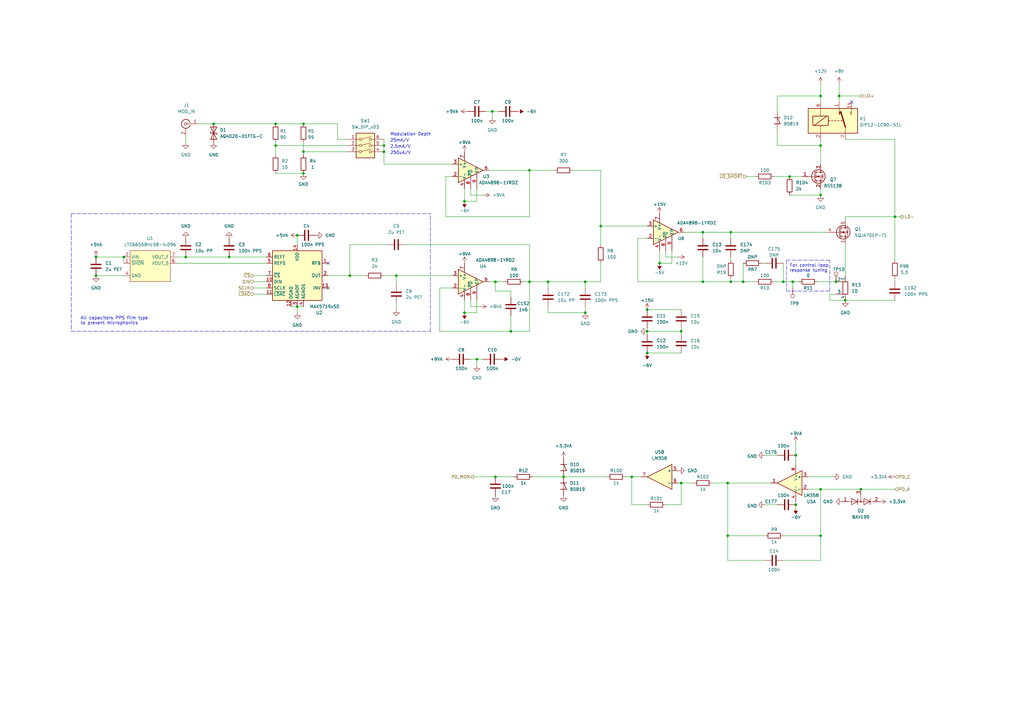
<source format=kicad_sch>
(kicad_sch (version 20211123) (generator eeschema)
  (paper "A3")
  (title_block (title "Kirdy") (date "2022-07-03") (rev "r0.1") (company "M-Labs") (comment 1 "Alex Wong Tat Hang"))
  (lib_symbols
    (symbol "Amplifier_Operational:ADA4898-1YRDZ" (pin_names (offset 0.127))
      (property "Reference" "U" (at 3.81 3.81 0))
      (property "Value" "ADA4898-1YRDZ" (at 11.43 -2.54 0))
      (symbol "ADA4898-1YRDZ_1_1"
        (pin input line (at -7.62 -2.54 0) (length 2.54) (name "-") (number "2"))
        (pin input line (at -7.62 2.54 0) (length 2.54) (name "+") (number "3"))
        (pin power_in line (at -2.54 -7.62 90) (length 3.81) (name "V-") (number "4"))
        (pin output line (at 7.62 0 180) (length 2.54) (name "~") (number "6"))
        (pin power_in line (at -2.54 7.62 270) (length 3.81) (name "V+") (number "7"))
        (pin input line (at 0 -7.62 90) (length 5.08) (name "~{PD}") (number "8"))
        (pin passive line (at 2.54 -7.62 90) (length 6.35) (name "EP") (number "9"))
      )
    )
    (symbol "Amplifier_Operational:LM358" (pin_names (offset 0.127))
      (property "Reference" "U" (at 0 5.08 0))
      (property "Value" "LM358" (at 0 -5.08 0))
      (symbol "LM358_1_1"
        (pin output line (at 7.62 0 180) (length 2.54) (name "~") (number "1"))
        (pin input line (at -7.62 -2.54 0) (length 2.54) (name "-") (number "2"))
        (pin input line (at -7.62 2.54 0) (length 2.54) (name "+") (number "3"))
      )
      (symbol "LM358_2_1"
        (pin input line (at -7.62 2.54 0) (length 2.54) (name "+") (number "5"))
        (pin input line (at -7.62 -2.54 0) (length 2.54) (name "-") (number "6"))
        (pin output line (at 7.62 0 180) (length 2.54) (name "~") (number "7"))
      )
      (symbol "LM358_3_1"
        (pin power_in line (at -2.54 -7.62 90) (length 3.81) (name "V-") (number "4"))
        (pin power_in line (at -2.54 7.62 270) (length 3.81) (name "V+") (number "8"))
      )
    )
    (symbol "Analog_DAC:MAX5719xSD"
      (property "Reference" "U" (at -10.16 11.43 0))
      (property "Value" "MAX5719xSD" (at 1.27 11.43 0))
      (symbol "MAX5719xSD_1_1"
        (pin passive line (at 12.7 5.08 180) (length 2.54) (name "RFB") (number "1"))
        (pin input line (at -12.7 -2.54 0) (length 2.54) (name "DIN") (number "10"))
        (pin input line (at -12.7 -7.62 0) (length 2.54) (name "~{LDAC}") (number "11"))
        (pin power_in line (at -2.54 -12.7 90) (length 2.54) (name "DGND") (number "12"))
        (pin passive line (at 12.7 -5.08 180) (length 2.54) (name "INV") (number "13"))
        (pin power_in line (at 0 12.7 270) (length 2.54) (name "VDD") (number "14"))
        (pin output line (at 12.7 0 180) (length 2.54) (name "OUT") (number "2"))
        (pin power_in line (at 0 -12.7 90) (length 2.54) (name "AGNDF") (number "3"))
        (pin power_in line (at 2.54 -12.7 90) (length 2.54) (name "AGNDS") (number "4"))
        (pin input line (at -12.7 5.08 0) (length 2.54) (name "REFS") (number "5"))
        (pin input line (at -12.7 7.62 0) (length 2.54) (name "REFF") (number "6"))
        (pin input line (at -12.7 0 0) (length 2.54) (name "~{CS}") (number "7"))
        (pin input line (at -12.7 -5.08 0) (length 2.54) (name "SCLK") (number "8"))
        (pin no_connect line (at 10.16 -7.62 180) (length 2.54) hide (name "NC") (number "9"))
      )
    )
    (symbol "Connector:Conn_Coaxial" (pin_names (offset 1.016) hide)
      (property "Reference" "J" (at 0.254 3.048 0))
      (property "Value" "Conn_Coaxial" (at 2.921 0 90))
      (symbol "Conn_Coaxial_1_1"
        (pin passive line (at -5.08 0 0) (length 2.54) (name "In") (number "1"))
        (pin passive line (at 0 -5.08 90) (length 2.54) (name "Ext") (number "2"))
      )
    )
    (symbol "Connector:TestPoint" (pin_numbers hide) (pin_names (offset 0.762) hide)
      (property "Reference" "TP" (at 0 6.858 0))
      (property "Value" "TestPoint" (at 0 5.08 0))
      (symbol "TestPoint_1_1"
        (pin passive line (at 0 0 90) (length 2.54) (name "1") (number "1"))
      )
    )
    (symbol "Device:C" (pin_numbers hide) (pin_names (offset 0.254))
      (property "Reference" "C" (at 0.635 2.54 0))
      (property "Value" "C" (at 0.635 -2.54 0))
      (symbol "C_1_1"
        (pin passive line (at 0 3.81 270) (length 2.794) (name "~") (number "1"))
        (pin passive line (at 0 -3.81 90) (length 2.794) (name "~") (number "2"))
      )
    )
    (symbol "Device:D_Shockley" (pin_numbers hide) (pin_names (offset 1.016) hide)
      (property "Reference" "D" (at 0 2.54 0))
      (property "Value" "D_Shockley" (at 0 -2.54 0))
      (symbol "D_Shockley_1_1"
        (pin passive line (at -3.81 0 0) (length 2.54) (name "K") (number "1"))
        (pin passive line (at 3.81 0 180) (length 2.54) (name "A") (number "2"))
      )
    )
    (symbol "Device:D_TVS" (pin_numbers hide) (pin_names (offset 1.016) hide)
      (property "Reference" "D" (at 0 2.54 0))
      (property "Value" "D_TVS" (at 0 -2.54 0))
      (symbol "D_TVS_1_1"
        (pin passive line (at -3.81 0 0) (length 2.54) (name "A1") (number "1"))
        (pin passive line (at 3.81 0 180) (length 2.54) (name "A2") (number "2"))
      )
    )
    (symbol "Device:R" (pin_numbers hide) (pin_names (offset 0))
      (property "Reference" "R" (at 2.032 0 90))
      (property "Value" "R" (at 0 0 90))
      (symbol "R_1_1"
        (pin passive line (at 0 3.81 270) (length 1.27) (name "~") (number "1"))
        (pin passive line (at 0 -3.81 90) (length 1.27) (name "~") (number "2"))
      )
    )
    (symbol "Device:R_Shunt" (pin_numbers hide) (pin_names (offset 0))
      (property "Reference" "R" (at -4.445 0 90))
      (property "Value" "R_Shunt" (at -2.54 0 90))
      (symbol "R_Shunt_1_1"
        (pin passive line (at 0 5.08 270) (length 2.54) (name "1") (number "1"))
        (pin passive line (at 3.81 2.54 180) (length 2.54) (name "2") (number "2"))
        (pin passive line (at 3.81 -2.54 180) (length 2.54) (name "3") (number "3"))
        (pin passive line (at 0 -5.08 90) (length 2.54) (name "4") (number "4"))
      )
    )
    (symbol "Diode:BAV99" (pin_names hide)
      (property "Reference" "D" (at 0 5.08 0))
      (property "Value" "BAV99" (at 0 2.54 0))
      (symbol "BAV99_1_1"
        (pin passive line (at -7.62 0 0) (length 2.54) (name "K") (number "1"))
        (pin passive line (at 7.62 0 180) (length 2.54) (name "A") (number "2"))
        (pin passive line (at 0 -5.08 90) (length 2.54) (name "K") (number "3"))
      )
    )
    (symbol "Relay:DIPxx-1Cxx-51x"
      (property "Reference" "K" (at 11.43 3.81 0))
      (property "Value" "DIPxx-1Cxx-51x" (at 11.43 1.27 0))
      (symbol "DIPxx-1Cxx-51x_1_1"
        (pin passive line (at 2.54 7.62 270) (length 2.54) (name "~") (number "1"))
        (pin passive line (at 7.62 7.62 270) (length 2.54) (name "~") (number "14"))
        (pin passive line (at -5.08 -7.62 90) (length 2.54) (name "~") (number "2"))
        (pin passive line (at -5.08 7.62 270) (length 2.54) (name "~") (number "6"))
        (pin passive line (at 5.08 -7.62 90) (length 2.54) (name "~") (number "7"))
        (pin passive line (at 5.08 -7.62 90) (length 2.54) hide (name "~") (number "8"))
      )
    )
    (symbol "Switch:SW_DIP_x03" (pin_names (offset 0) hide)
      (property "Reference" "SW" (at 0 8.89 0))
      (property "Value" "SW_DIP_x03" (at 0 -3.81 0))
      (symbol "SW_DIP_x03_1_1"
        (pin passive line (at -7.62 5.08 0) (length 5.08) (name "~") (number "1"))
        (pin passive line (at -7.62 2.54 0) (length 5.08) (name "~") (number "2"))
        (pin passive line (at -7.62 0 0) (length 5.08) (name "~") (number "3"))
        (pin passive line (at 7.62 0 180) (length 5.08) (name "~") (number "4"))
        (pin passive line (at 7.62 2.54 180) (length 5.08) (name "~") (number "5"))
        (pin passive line (at 7.62 5.08 180) (length 5.08) (name "~") (number "6"))
      )
    )
    (symbol "Transistor_FET:BSS138" (pin_names hide)
      (property "Reference" "Q" (at 5.08 1.905 0))
      (property "Value" "BSS138" (at 5.08 0 0))
      (symbol "BSS138_1_1"
        (pin input line (at -5.08 0 0) (length 2.54) (name "G") (number "1"))
        (pin passive line (at 2.54 -5.08 90) (length 2.54) (name "S") (number "2"))
        (pin passive line (at 2.54 5.08 270) (length 2.54) (name "D") (number "3"))
      )
    )
    (symbol "Transistor_FET:CSD17507Q5A" (pin_names hide)
      (property "Reference" "Q" (at 5.08 1.905 0))
      (property "Value" "CSD17507Q5A" (at 5.08 0 0))
      (symbol "CSD17507Q5A_1_1"
        (pin passive line (at 2.54 -5.08 90) (length 2.54) (name "S") (number "1"))
        (pin passive line (at 2.54 -5.08 90) (length 2.54) hide (name "S") (number "2"))
        (pin passive line (at 2.54 -5.08 90) (length 2.54) hide (name "S") (number "3"))
        (pin passive line (at -5.08 0 0) (length 2.54) (name "G") (number "4"))
        (pin passive line (at 2.54 5.08 270) (length 2.54) (name "D") (number "5"))
      )
    )
    (symbol "kirdy:LTC6655"
      (property "Reference" "U" (at 0 -10.16 0))
      (property "Value" "LTC6655" (at 0 -7.62 0))
      (symbol "LTC6655_0_0"
        (pin input line (at -10.16 2.54 0) (length 2.54) (name "~{SHDN}") (number "1"))
        (pin power_in line (at -10.16 5.08 0) (length 2.54) (name "VIN") (number "2"))
        (pin power_in line (at -10.16 -2.54 0) (length 2.54) hide (name "GND") (number "3"))
        (pin power_in line (at -10.16 -2.54 0) (length 2.54) (name "GND") (number "4"))
        (pin power_in line (at -10.16 -2.54 0) (length 2.54) hide (name "GND") (number "5"))
        (pin passive line (at 11.43 2.54 180) (length 2.54) (name "VOUT_S") (number "6"))
        (pin output line (at 11.43 5.08 180) (length 2.54) (name "VOUT_F") (number "7"))
        (pin power_in line (at -10.16 -2.54 0) (length 2.54) hide (name "GND") (number "8"))
      )
    )
    (symbol "power:+12V" (power) (pin_names (offset 0))
      (property "Value" "+12V" (at 0 3.556 0))
      (symbol "+12V_1_1"
        (pin power_in line (at 0 0 90) (length 0) hide (name "+12V") (number "1"))
      )
    )
    (symbol "power:+15V" (power) (pin_names (offset 0))
      (property "Value" "+15V" (at 0 3.556 0))
      (symbol "+15V_1_1"
        (pin power_in line (at 0 0 90) (length 0) hide (name "+15V") (number "1"))
      )
    )
    (symbol "power:+3.3VA" (power) (pin_names (offset 0))
      (property "Value" "+3.3VA" (at 0 3.556 0))
      (symbol "+3.3VA_1_1"
        (pin power_in line (at 0 0 90) (length 0) hide (name "+3.3VA") (number "1"))
      )
    )
    (symbol "power:+5VA" (power) (pin_names (offset 0))
      (property "Value" "+5VA" (at 0 3.556 0))
      (symbol "+5VA_1_1"
        (pin power_in line (at 0 0 90) (length 0) hide (name "+5VA") (number "1"))
      )
    )
    (symbol "power:+8V" (power) (pin_names (offset 0))
      (property "Value" "+8V" (at 0 3.556 0))
      (symbol "+8V_1_1"
        (pin power_in line (at 0 0 90) (length 0) hide (name "+8V") (number "1"))
      )
    )
    (symbol "power:+9VA" (power) (pin_names (offset 0))
      (property "Value" "+9VA" (at 0 3.81 0))
      (symbol "+9VA_1_1"
        (pin power_in line (at 0 0 90) (length 0) hide (name "+9VA") (number "1"))
      )
    )
    (symbol "power:-6V" (power) (pin_names (offset 0))
      (property "Value" "-6V" (at 0 3.81 0))
      (symbol "-6V_0_0"
        (pin power_in line (at 0 0 90) (length 0) hide (name "-6V") (number "1"))
      )
    )
    (symbol "power:GND" (power) (pin_names (offset 0))
      (property "Value" "GND" (at 0 -3.81 0))
      (symbol "GND_1_1"
        (pin power_in line (at 0 0 270) (length 0) hide (name "GND") (number "1"))
      )
    )
  )
  (junction (at 270.51 107.95))
  (junction (at 124.46 71.12))
  (junction (at 217.17 69.85))
  (junction (at 342.9 115.57))
  (junction (at 265.43 135.89))
  (junction (at 203.2 115.57))
  (junction (at 121.92 96.52))
  (junction (at 288.29 95.25))
  (junction (at 367.03 88.9))
  (junction (at 231.14 195.58))
  (junction (at 87.63 50.8))
  (junction (at 201.93 45.72))
  (junction (at 157.48 62.23))
  (junction (at 240.03 115.57))
  (junction (at 336.55 219.71))
  (junction (at 195.58 147.32))
  (junction (at 299.72 115.57))
  (junction (at 265.43 127))
  (junction (at 190.5 128.27))
  (junction (at 124.46 50.8))
  (junction (at 336.55 39.37))
  (junction (at 298.45 198.12))
  (junction (at 217.17 115.57))
  (junction (at 224.79 115.57))
  (junction (at 190.5 82.55))
  (junction (at 325.12 115.57))
  (junction (at 288.29 115.57))
  (junction (at 143.51 113.03))
  (junction (at 326.39 207.01))
  (junction (at 336.55 80.01))
  (junction (at 299.72 95.25))
  (junction (at 259.08 195.58))
  (junction (at 113.03 50.8))
  (junction (at 336.55 200.66))
  (junction (at 162.56 113.03))
  (junction (at 76.2 105.41))
  (junction (at 279.4 198.12))
  (junction (at 279.4 135.89))
  (junction (at 246.38 92.71))
  (junction (at 50.8 105.41))
  (junction (at 346.71 123.19))
  (junction (at 265.43 144.78))
  (junction (at 93.98 105.41))
  (junction (at 353.06 200.66))
  (junction (at 39.37 113.03))
  (junction (at 240.03 128.27))
  (junction (at 113.03 59.69))
  (junction (at 336.55 59.69))
  (junction (at 344.17 39.37))
  (junction (at 298.45 219.71))
  (junction (at 304.8 115.57))
  (junction (at 326.39 186.69))
  (junction (at 124.46 62.23))
  (junction (at 121.92 125.73))
  (junction (at 209.55 135.89))
  (junction (at 39.37 105.41))
  (junction (at 203.2 195.58))
  (junction (at 157.48 59.69))
  (junction (at 323.85 72.39))
  (junction (at 321.31 115.57))
  (no_connect (at 349.25 41.91))
  (no_connect (at 134.62 118.11))
  (no_connect (at 134.62 107.95))
  (wire (pts (xy 162.56 124.46) (xy 162.56 127)))
  (wire (pts (xy 104.14 113.03) (xy 109.22 113.03)))
  (wire (pts (xy 326.39 207.01) (xy 326.39 205.74)))
  (wire (pts (xy 298.45 219.71) (xy 313.69 219.71)))
  (wire (pts (xy 50.8 105.41) (xy 50.8 107.95)))
  (wire (pts (xy 157.48 59.69) (xy 157.48 62.23)))
  (wire (pts (xy 323.85 72.39) (xy 328.93 72.39)))
  (wire (pts (xy 217.17 115.57) (xy 224.79 115.57)))
  (wire (pts (xy 353.06 200.66) (xy 367.03 200.66)))
  (wire (pts (xy 113.03 71.12) (xy 124.46 71.12)))
  (wire (pts (xy 335.28 115.57) (xy 342.9 115.57)))
  (wire (pts (xy 288.29 95.25) (xy 299.72 95.25)))
  (wire (pts (xy 321.31 219.71) (xy 336.55 219.71)))
  (wire (pts (xy 318.77 59.69) (xy 336.55 59.69)))
  (wire (pts (xy 336.55 219.71) (xy 336.55 200.66)))
  (wire (pts (xy 325.12 118.11) (xy 325.12 115.57)))
  (wire (pts (xy 231.14 195.58) (xy 248.92 195.58)))
  (wire (pts (xy 240.03 115.57) (xy 246.38 115.57)))
  (wire (pts (xy 265.43 135.89) (xy 265.43 137.16)))
  (wire (pts (xy 346.71 90.17) (xy 346.71 88.9)))
  (wire (pts (xy 166.37 100.33) (xy 217.17 100.33)))
  (wire (pts (xy 138.43 57.15) (xy 142.24 57.15)))
  (wire (pts (xy 278.13 198.12) (xy 279.4 198.12)))
  (wire (pts (xy 194.31 195.58) (xy 203.2 195.58)))
  (wire (pts (xy 76.2 58.42) (xy 76.2 55.88)))
  (wire (pts (xy 240.03 118.11) (xy 240.03 115.57)))
  (wire (pts (xy 288.29 95.25) (xy 288.29 97.79)))
  (wire (pts (xy 280.67 95.25) (xy 288.29 95.25)))
  (wire (pts (xy 193.04 125.73) (xy 196.85 125.73)))
  (wire (pts (xy 336.55 34.29) (xy 336.55 39.37)))
  (wire (pts (xy 124.46 58.42) (xy 124.46 62.23)))
  (wire (pts (xy 273.05 207.01) (xy 279.4 207.01)))
  (wire (pts (xy 246.38 107.95) (xy 246.38 115.57)))
  (wire (pts (xy 367.03 114.3) (xy 367.03 115.57)))
  (wire (pts (xy 299.72 95.25) (xy 339.09 95.25)))
  (wire (pts (xy 81.28 50.8) (xy 87.63 50.8)))
  (polyline (pts (xy 322.58 119.38) (xy 340.36 119.38)))
  (wire (pts (xy 104.14 118.11) (xy 109.22 118.11)))
  (wire (pts (xy 273.05 105.41) (xy 278.13 105.41)))
  (polyline (pts (xy 322.58 106.68) (xy 340.36 106.68)))
  (wire (pts (xy 340.36 120.65) (xy 340.36 123.19)))
  (wire (pts (xy 318.77 53.34) (xy 318.77 59.69)))
  (wire (pts (xy 157.48 57.15) (xy 157.48 59.69)))
  (wire (pts (xy 299.72 105.41) (xy 299.72 106.68)))
  (wire (pts (xy 298.45 219.71) (xy 298.45 198.12)))
  (wire (pts (xy 76.2 105.41) (xy 93.98 105.41)))
  (wire (pts (xy 104.14 115.57) (xy 109.22 115.57)))
  (wire (pts (xy 113.03 58.42) (xy 113.03 59.69)))
  (wire (pts (xy 200.66 69.85) (xy 217.17 69.85)))
  (wire (pts (xy 201.93 45.72) (xy 201.93 48.26)))
  (wire (pts (xy 306.07 72.39) (xy 309.88 72.39)))
  (wire (pts (xy 224.79 115.57) (xy 240.03 115.57)))
  (wire (pts (xy 217.17 88.9) (xy 217.17 69.85)))
  (wire (pts (xy 209.55 135.89) (xy 217.17 135.89)))
  (wire (pts (xy 162.56 113.03) (xy 185.42 113.03)))
  (wire (pts (xy 157.48 113.03) (xy 162.56 113.03)))
  (wire (pts (xy 299.72 95.25) (xy 299.72 97.79)))
  (wire (pts (xy 217.17 135.89) (xy 217.17 115.57)))
  (wire (pts (xy 367.03 88.9) (xy 346.71 88.9)))
  (wire (pts (xy 313.69 229.87) (xy 298.45 229.87)))
  (wire (pts (xy 240.03 128.27) (xy 240.03 125.73)))
  (wire (pts (xy 313.69 207.01) (xy 318.77 207.01)))
  (wire (pts (xy 72.39 107.95) (xy 109.22 107.95)))
  (wire (pts (xy 336.55 57.15) (xy 336.55 59.69)))
  (wire (pts (xy 124.46 62.23) (xy 142.24 62.23)))
  (wire (pts (xy 214.63 115.57) (xy 217.17 115.57)))
  (wire (pts (xy 279.4 135.89) (xy 265.43 135.89)))
  (wire (pts (xy 201.93 45.72) (xy 204.47 45.72)))
  (wire (pts (xy 180.34 118.11) (xy 180.34 135.89)))
  (wire (pts (xy 256.54 195.58) (xy 259.08 195.58)))
  (wire (pts (xy 259.08 207.01) (xy 259.08 195.58)))
  (wire (pts (xy 195.58 82.55) (xy 195.58 77.47)))
  (wire (pts (xy 190.5 77.47) (xy 190.5 82.55)))
  (wire (pts (xy 195.58 128.27) (xy 195.58 123.19)))
  (wire (pts (xy 279.4 198.12) (xy 284.48 198.12)))
  (wire (pts (xy 143.51 100.33) (xy 143.51 113.03)))
  (wire (pts (xy 158.75 100.33) (xy 143.51 100.33)))
  (polyline (pts (xy 29.21 87.63) (xy 176.53 87.63)))
  (wire (pts (xy 346.71 123.19) (xy 367.03 123.19)))
  (wire (pts (xy 218.44 195.58) (xy 231.14 195.58)))
  (wire (pts (xy 195.58 147.32) (xy 198.12 147.32)))
  (wire (pts (xy 87.63 50.8) (xy 113.03 50.8)))
  (wire (pts (xy 304.8 107.95) (xy 304.8 115.57)))
  (wire (pts (xy 193.04 77.47) (xy 193.04 80.01)))
  (wire (pts (xy 113.03 50.8) (xy 124.46 50.8)))
  (wire (pts (xy 336.55 39.37) (xy 336.55 41.91)))
  (wire (pts (xy 190.5 82.55) (xy 195.58 82.55)))
  (wire (pts (xy 193.04 147.32) (xy 195.58 147.32)))
  (wire (pts (xy 203.2 195.58) (xy 210.82 195.58)))
  (wire (pts (xy 321.31 115.57) (xy 325.12 115.57)))
  (wire (pts (xy 246.38 69.85) (xy 246.38 92.71)))
  (wire (pts (xy 270.51 107.95) (xy 275.59 107.95)))
  (wire (pts (xy 199.39 45.72) (xy 201.93 45.72)))
  (wire (pts (xy 344.17 39.37) (xy 344.17 41.91)))
  (wire (pts (xy 185.42 72.39) (xy 182.88 72.39)))
  (polyline (pts (xy 340.36 119.38) (xy 340.36 106.68)))
  (wire (pts (xy 340.36 120.65) (xy 342.9 120.65)))
  (wire (pts (xy 292.1 198.12) (xy 298.45 198.12)))
  (wire (pts (xy 72.39 105.41) (xy 76.2 105.41)))
  (wire (pts (xy 259.08 195.58) (xy 262.89 195.58)))
  (wire (pts (xy 180.34 135.89) (xy 209.55 135.89)))
  (wire (pts (xy 298.45 198.12) (xy 316.23 198.12)))
  (wire (pts (xy 193.04 123.19) (xy 193.04 125.73)))
  (wire (pts (xy 134.62 113.03) (xy 143.51 113.03)))
  (wire (pts (xy 209.55 119.38) (xy 203.2 119.38)))
  (wire (pts (xy 93.98 105.41) (xy 109.22 105.41)))
  (wire (pts (xy 317.5 115.57) (xy 321.31 115.57)))
  (wire (pts (xy 367.03 57.15) (xy 346.71 57.15)))
  (wire (pts (xy 234.95 69.85) (xy 246.38 69.85)))
  (wire (pts (xy 39.37 105.41) (xy 50.8 105.41)))
  (wire (pts (xy 326.39 181.61) (xy 326.39 186.69)))
  (wire (pts (xy 39.37 113.03) (xy 50.8 113.03)))
  (wire (pts (xy 369.57 88.9) (xy 367.03 88.9)))
  (wire (pts (xy 318.77 39.37) (xy 336.55 39.37)))
  (wire (pts (xy 190.5 128.27) (xy 195.58 128.27)))
  (wire (pts (xy 124.46 62.23) (xy 124.46 63.5)))
  (wire (pts (xy 270.51 102.87) (xy 270.51 107.95)))
  (polyline (pts (xy 29.21 87.63) (xy 29.21 135.89)))
  (wire (pts (xy 325.12 115.57) (xy 327.66 115.57)))
  (wire (pts (xy 113.03 59.69) (xy 142.24 59.69)))
  (wire (pts (xy 261.62 115.57) (xy 261.62 97.79)))
  (wire (pts (xy 298.45 229.87) (xy 298.45 219.71)))
  (wire (pts (xy 121.92 96.52) (xy 121.92 100.33)))
  (wire (pts (xy 273.05 102.87) (xy 273.05 105.41)))
  (wire (pts (xy 157.48 67.31) (xy 185.42 67.31)))
  (polyline (pts (xy 322.58 106.68) (xy 322.58 119.38)))
  (wire (pts (xy 217.17 69.85) (xy 227.33 69.85)))
  (wire (pts (xy 331.47 195.58) (xy 341.63 195.58)))
  (wire (pts (xy 336.55 59.69) (xy 336.55 67.31)))
  (wire (pts (xy 304.8 115.57) (xy 309.88 115.57)))
  (wire (pts (xy 344.17 39.37) (xy 353.06 39.37)))
  (wire (pts (xy 288.29 115.57) (xy 261.62 115.57)))
  (wire (pts (xy 182.88 88.9) (xy 217.17 88.9)))
  (wire (pts (xy 119.38 125.73) (xy 121.92 125.73)))
  (wire (pts (xy 246.38 92.71) (xy 265.43 92.71)))
  (wire (pts (xy 367.03 88.9) (xy 367.03 106.68)))
  (wire (pts (xy 104.14 120.65) (xy 109.22 120.65)))
  (wire (pts (xy 326.39 208.28) (xy 326.39 207.01)))
  (wire (pts (xy 318.77 45.72) (xy 318.77 39.37)))
  (wire (pts (xy 143.51 113.03) (xy 149.86 113.03)))
  (wire (pts (xy 193.04 80.01) (xy 198.12 80.01)))
  (wire (pts (xy 246.38 92.71) (xy 246.38 100.33)))
  (polyline (pts (xy 29.21 135.89) (xy 176.53 135.89)))
  (wire (pts (xy 224.79 125.73) (xy 224.79 128.27)))
  (wire (pts (xy 299.72 114.3) (xy 299.72 115.57)))
  (wire (pts (xy 367.03 57.15) (xy 367.03 88.9)))
  (wire (pts (xy 313.69 186.69) (xy 318.77 186.69)))
  (wire (pts (xy 321.31 229.87) (xy 336.55 229.87)))
  (wire (pts (xy 190.5 123.19) (xy 190.5 128.27)))
  (wire (pts (xy 326.39 186.69) (xy 326.39 190.5)))
  (wire (pts (xy 224.79 118.11) (xy 224.79 115.57)))
  (wire (pts (xy 331.47 200.66) (xy 336.55 200.66)))
  (wire (pts (xy 203.2 119.38) (xy 203.2 115.57)))
  (wire (pts (xy 321.31 107.95) (xy 321.31 115.57)))
  (wire (pts (xy 336.55 229.87) (xy 336.55 219.71)))
  (wire (pts (xy 209.55 129.54) (xy 209.55 135.89)))
  (wire (pts (xy 279.4 134.62) (xy 279.4 135.89)))
  (wire (pts (xy 344.17 34.29) (xy 344.17 39.37)))
  (wire (pts (xy 312.42 107.95) (xy 313.69 107.95)))
  (wire (pts (xy 323.85 80.01) (xy 336.55 80.01)))
  (wire (pts (xy 113.03 59.69) (xy 113.03 63.5)))
  (wire (pts (xy 121.92 125.73) (xy 121.92 128.27)))
  (wire (pts (xy 217.17 100.33) (xy 217.17 115.57)))
  (wire (pts (xy 279.4 135.89) (xy 279.4 137.16)))
  (wire (pts (xy 162.56 113.03) (xy 162.56 116.84)))
  (wire (pts (xy 279.4 207.01) (xy 279.4 198.12)))
  (wire (pts (xy 157.48 62.23) (xy 157.48 67.31)))
  (wire (pts (xy 124.46 50.8) (xy 138.43 50.8)))
  (wire (pts (xy 203.2 115.57) (xy 207.01 115.57)))
  (wire (pts (xy 336.55 77.47) (xy 336.55 80.01)))
  (wire (pts (xy 317.5 72.39) (xy 323.85 72.39)))
  (wire (pts (xy 340.36 123.19) (xy 346.71 123.19)))
  (wire (pts (xy 185.42 118.11) (xy 180.34 118.11)))
  (wire (pts (xy 265.43 134.62) (xy 265.43 135.89)))
  (wire (pts (xy 224.79 128.27) (xy 240.03 128.27)))
  (wire (pts (xy 265.43 127) (xy 279.4 127)))
  (wire (pts (xy 336.55 200.66) (xy 353.06 200.66)))
  (wire (pts (xy 288.29 115.57) (xy 299.72 115.57)))
  (wire (pts (xy 209.55 121.92) (xy 209.55 119.38)))
  (wire (pts (xy 265.43 144.78) (xy 279.4 144.78)))
  (wire (pts (xy 200.66 115.57) (xy 203.2 115.57)))
  (wire (pts (xy 346.71 100.33) (xy 346.71 113.03)))
  (wire (pts (xy 138.43 50.8) (xy 138.43 57.15)))
  (wire (pts (xy 275.59 107.95) (xy 275.59 102.87)))
  (wire (pts (xy 288.29 105.41) (xy 288.29 115.57)))
  (wire (pts (xy 195.58 147.32) (xy 195.58 149.86)))
  (wire (pts (xy 299.72 115.57) (xy 304.8 115.57)))
  (polyline (pts (xy 176.53 135.89) (xy 176.53 87.63)))
  (wire (pts (xy 265.43 207.01) (xy 259.08 207.01)))
  (wire (pts (xy 121.92 125.73) (xy 124.46 125.73)))
  (wire (pts (xy 182.88 72.39) (xy 182.88 88.9)))
  (wire (pts (xy 261.62 97.79) (xy 265.43 97.79)))
  (text "250uA/V" (at 160.02 63.5 0) (effects (font (size 1.27 1.27)) (justify left bottom)))
  (text "All capacitors PPS film type\nto prevent microphonics " (at 33.02 133.35 0) (effects (font (size 1.27 1.27)) (justify left bottom)))
  (text "2.5mA/V" (at 160.02 60.96 0) (effects (font (size 1.27 1.27)) (justify left bottom)))
  (text "For control loop\nresponse tuning" (at 323.85 111.76 0) (effects (font (size 1.27 1.27)) (justify left bottom)))
  (text "25mA/V" (at 160.02 58.42 0) (effects (font (size 1.27 1.27)) (justify left bottom)))
  (text "Modulation Depth" (at 160.02 55.88 0) (effects (font (size 1.27 1.27)) (justify left bottom)))
  (hierarchical_label "~{LDAC}" (shape input) (at 104.14 120.65 180))
  (hierarchical_label "~{LD_SHORT}" (shape input) (at 306.07 72.39 180))
  (hierarchical_label "LD+" (shape output) (at 353.06 39.37 0))
  (hierarchical_label "SCLK" (shape input) (at 104.14 118.11 180))
  (hierarchical_label "PD_MON" (shape output) (at 194.31 195.58 180))
  (hierarchical_label "PD_C" (shape input) (at 367.03 195.58 0))
  (hierarchical_label "PD_A" (shape input) (at 367.03 200.66 0))
  (hierarchical_label "DIN" (shape input) (at 104.14 115.57 180))
  (hierarchical_label "LD-" (shape output) (at 369.57 88.9 0))
  (hierarchical_label "~{CS}" (shape input) (at 104.14 113.03 180))
  (symbol (lib_id "Connector:TestPoint") (at 342.9 115.57 0) (unit 1)
    (property "Reference" "TP10" (at 341.63 110.49 0) (effects (justify left)))
    (property "Value" "TestPoint" (effects hide))
    (property "Footprint" "TestPoint:TestPoint_Pad_2.0x2.0mm" (effects hide))
  )
  (symbol (lib_id "Amplifier_Operational:LM358") (at 328.93 198.12 0) (unit 3)
    (property "Reference" "U5" (effects hide))
    (property "Value" "LM358" (effects hide))
    (property "Footprint" "Package_SO:SOIC-8_3.9x4.9mm_P1.27mm" (effects hide))
    (property "Datasheet" "http://www.ti.com/lit/ds/symlink/lm2904-n.pdf" (effects hide))
  )
  (symbol (lib_id "Device:R") (at 299.72 110.49 180) (unit 1)
    (property "Reference" "R19" (at 295.91 111.76 0))
    (property "Value" "DNP" (at 295.91 109.22 0))
    (property "Footprint" "Resistor_SMD:R_0603_1608Metric" (effects hide))
  )
  (symbol (lib_id "Diode:BAV99") (at 353.06 205.74 0) (mirror x) (unit 1)
    (property "Reference" "D2" (at 353.06 209.55 0))
    (property "Value" "BAV199" (at 353.06 212.09 0))
    (property "Footprint" "Package_TO_SOT_SMD:SOT-23" (effects hide))
    (property "Datasheet" "https://assets.nexperia.com/documents/data-sheet/BAV99_SER.pdf" (effects hide))
    (property "MFR_PN" "BAV199W-7" (effects hide))
    (property "MFR_PN_ALT" "BAV199E6327HTSA1" (effects hide))
  )
  (symbol (lib_id "power:+3.3VA") (at 367.03 195.58 90) (unit 1)
    (property "Reference" "#PWR0173" (effects hide))
    (property "Value" "+3.3VA" (at 356.87 195.58 90) (effects (justify right)))
  )
  (symbol (lib_id "power:GND") (at 313.69 186.69 270) (unit 1)
    (property "Reference" "#PWR0130" (effects hide))
    (property "Value" "GND" (at 310.5151 187.1238 90) (effects (justify right)))
  )
  (symbol (lib_id "power:GND") (at 345.44 205.74 270) (unit 1)
    (property "Reference" "#PWR036" (effects hide))
    (property "Value" "GND" (at 341.63 205.7399 90) (effects (justify right)))
  )
  (symbol (lib_id "Device:R") (at 323.85 76.2 180) (unit 1)
    (property "Reference" "R104" (at 326.39 74.9299 0) (effects (justify right)))
    (property "Value" "2k" (at 326.39 77.4699 0) (effects (justify right)))
    (property "Footprint" "Resistor_SMD:R_0603_1608Metric" (effects hide))
    (property "MFR_PN" "RC0603FR-072KL" (effects hide))
    (property "MFR_PN_ALT" "ERJ-3EKF2001V" (effects hide))
  )
  (symbol (lib_id "power:GND") (at 336.55 80.01 0) (unit 1)
    (property "Reference" "#PWR0171" (effects hide))
    (property "Value" "GND" (at 336.55 85.09 0))
  )
  (symbol (lib_id "power:+3.3VA") (at 231.14 187.96 0) (unit 1)
    (property "Reference" "#PWR032" (effects hide))
    (property "Value" "+3.3VA" (at 231.14 182.88 0))
  )
  (symbol (lib_id "power:-6V") (at 212.09 45.72 270) (unit 1)
    (property "Reference" "#PWR022" (effects hide))
    (property "Value" "-6V" (at 215.9 45.7199 90) (effects (justify left)))
  )
  (symbol (lib_id "Device:C") (at 162.56 100.33 90) (unit 1)
    (property "Reference" "C5" (at 162.56 92.71 90))
    (property "Value" "2u PET" (at 162.56 95.25 90))
    (property "Footprint" "Capacitor_SMD:C_1812_4532Metric" (effects hide))
    (property "MFR_PN" "35MU225MC14532" (effects hide))
  )
  (symbol (lib_id "power:+15V") (at 265.43 127 0) (unit 1)
    (property "Reference" "#PWR028" (effects hide))
    (property "Value" "+15V" (at 265.43 123.19 0))
  )
  (symbol (lib_id "Device:R") (at 331.47 115.57 90) (unit 1)
    (property "Reference" "R11" (at 331.47 118.11 90))
    (property "Value" "0" (at 331.47 113.03 90))
    (property "Footprint" "Resistor_SMD:R_0603_1608Metric" (effects hide))
    (property "MFR_PN" "RMCF0603ZT0R00" (effects hide))
    (property "MFR_PN_ALT" "CR0603-J/-000ELF" (effects hide))
  )
  (symbol (lib_id "power:-6V") (at 205.74 147.32 270) (unit 1)
    (property "Reference" "#PWR023" (effects hide))
    (property "Value" "-6V" (at 209.55 147.3199 90) (effects (justify left)))
  )
  (symbol (lib_id "Device:C") (at 208.28 45.72 90) (unit 1)
    (property "Reference" "C9" (at 208.28 41.91 90))
    (property "Value" "100n" (at 208.28 49.53 90))
    (property "Footprint" "Capacitor_SMD:C_0603_1608Metric" (effects hide))
    (property "MFR_PN" "CL10B104KB8NNWC" (effects hide))
    (property "MFR_PN_ALT" "CL10B104KB8NNNL" (effects hide))
  )
  (symbol (lib_id "Device:R") (at 269.24 207.01 90) (unit 1)
    (property "Reference" "R101" (at 269.24 204.47 90))
    (property "Value" "1k" (at 269.24 209.55 90))
    (property "Footprint" "Resistor_SMD:R_0603_1608Metric" (effects hide))
    (property "MFR_PN" "RNCP0603FTD1K00" (effects hide))
    (property "MFR_PN_ALT" "WR06X1001FTL" (effects hide))
  )
  (symbol (lib_id "Relay:DIPxx-1Cxx-51x") (at 341.63 49.53 0) (unit 1)
    (property "Reference" "K1" (at 352.552 48.6953 0) (effects (justify left)))
    (property "Value" "DIP12-1C90-51L" (at 352.552 51.2322 0) (effects (justify left)))
    (property "Footprint" "Relay_THT:Relay_StandexMeder_DIP_LowProfile" (effects hide))
    (property "Datasheet" "https://standexelectronics.com/wp-content/uploads/datasheet_reed_relay_DIP.pdf" (effects hide))
  )
  (symbol (lib_id "Amplifier_Operational:LM358") (at 270.51 195.58 0) (mirror y) (unit 2)
    (property "Reference" "U5" (at 270.51 185.42 0))
    (property "Value" "LM358" (at 270.51 187.96 0))
    (property "Footprint" "Package_SO:SOIC-8_3.9x4.9mm_P1.27mm" (effects hide))
    (property "Datasheet" "http://www.ti.com/lit/ds/symlink/lm2904-n.pdf" (effects hide))
  )
  (symbol (lib_id "power:+5VA") (at 39.37 105.41 0) (unit 1)
    (property "Reference" "#PWR01" (effects hide))
    (property "Value" "+5VA" (at 39.37 100.33 0))
  )
  (symbol (lib_id "Device:C") (at 279.4 140.97 0) (unit 1)
    (property "Reference" "C16" (at 283.21 139.6999 0) (effects (justify left)))
    (property "Value" "10u" (at 283.21 142.2399 0) (effects (justify left)))
    (property "Footprint" "Capacitor_SMD:C_0805_2012Metric" (effects hide))
    (property "MFR_PN" "CL21B106KOQNNNG" (effects hide))
    (property "MFR_PN_ALT" "CL21B106KOQNNNE" (effects hide))
  )
  (symbol (lib_id "Device:C") (at 76.2 101.6 0) (unit 1)
    (property "Reference" "C2" (at 80.01 100.3299 0) (effects (justify left)))
    (property "Value" "10u PP" (at 80.01 102.8699 0) (effects (justify left)))
    (property "Footprint" "Capacitor_SMD:C_1812_4532Metric" (effects hide))
    (property "MFR_PN" "16MU106MC44532" (effects hide))
  )
  (symbol (lib_id "Connector:TestPoint") (at 325.12 118.11 180) (unit 1)
    (property "Reference" "TP9" (at 327.66 124.46 0) (effects (justify left)))
    (property "Value" "TestPoint" (effects hide))
    (property "Footprint" "TestPoint:TestPoint_Pad_2.0x2.0mm" (effects hide))
  )
  (symbol (lib_id "Device:C") (at 299.72 101.6 0) (unit 1)
    (property "Reference" "C174" (at 303.53 100.3299 0) (effects (justify left)))
    (property "Value" "DNP" (at 303.53 102.8699 0) (effects (justify left)))
    (property "Footprint" "Capacitor_SMD:C_0603_1608Metric" (effects hide))
  )
  (symbol (lib_id "Device:R") (at 313.69 115.57 90) (unit 1)
    (property "Reference" "R10" (at 313.69 118.11 90))
    (property "Value" "100" (at 313.69 113.03 90))
    (property "Footprint" "Resistor_SMD:R_0603_1608Metric" (effects hide))
    (property "MFR_PN" "WR06X1000FTL" (effects hide))
    (property "MFR_PN_ALT" "RMCF0603FT100R" (effects hide))
  )
  (symbol (lib_id "Device:R") (at 367.03 110.49 180) (unit 1)
    (property "Reference" "R98" (at 370.84 109.22 0))
    (property "Value" "3.3" (at 370.84 111.76 0))
    (property "Footprint" "Resistor_SMD:R_0603_1608Metric" (effects hide))
  )
  (symbol (lib_id "power:GND") (at 121.92 128.27 0) (unit 1)
    (property "Reference" "#PWR06" (effects hide))
    (property "Value" "GND" (at 121.92 133.35 0))
  )
  (symbol (lib_id "Amplifier_Operational:ADA4898-1YRDZ") (at 273.05 95.25 0) (unit 1)
    (property "Reference" "U6" (at 279.4 97.79 0))
    (property "Value" "ADA4898-1YRDZ" (at 285.75 91.44 0))
    (property "Footprint" "Package_SO:SOIC-8-1EP_3.9x4.9mm_P1.27mm_EP2.29x3mm" (effects hide))
    (property "Datasheet" "https://www.analog.com/media/en/technical-documentation/data-sheets/ada4898-1_4898-2.pdf" (effects hide))
    (property "MFR_PN" "ADA4898-1YRDZ" (effects hide))
  )
  (symbol (lib_id "Device:C") (at 288.29 101.6 0) (unit 1)
    (property "Reference" "C13" (at 292.1 100.3299 0) (effects (justify left)))
    (property "Value" "10n" (at 292.1 102.8699 0) (effects (justify left)))
    (property "Footprint" "Capacitor_SMD:C_0603_1608Metric" (effects hide))
    (property "MFR_PN" "0603B103K500CT" (effects hide))
    (property "MFR_PN_ALT" "CL10B103KB8NNNC" (effects hide))
  )
  (symbol (lib_id "Device:C") (at 322.58 207.01 90) (unit 1)
    (property "Reference" "C177" (at 318.77 205.74 90) (effects (justify left)))
    (property "Value" "100n" (at 323.85 203.2 90) (effects (justify left)))
    (property "Footprint" "Capacitor_SMD:C_0603_1608Metric" (effects hide))
    (property "MFR_PN" "CL10B104KB8NNWC" (effects hide))
    (property "MFR_PN_ALT" "CL10B104KB8NNNL" (effects hide))
  )
  (symbol (lib_id "Device:C") (at 367.03 119.38 0) (unit 1)
    (property "Reference" "C192" (at 370.84 118.1099 0) (effects (justify left)))
    (property "Value" "100n PPS" (at 370.84 120.6499 0) (effects (justify left)))
    (property "Footprint" "Capacitor_SMD:C_1210_3225Metric" (effects hide))
    (property "MFR_PN" "ECH-U1C104JX5" (effects hide))
  )
  (symbol (lib_id "Device:R") (at 288.29 198.12 90) (unit 1)
    (property "Reference" "R102" (at 288.29 195.58 90))
    (property "Value" "1k" (at 288.29 200.66 90))
    (property "Footprint" "Resistor_SMD:R_0603_1608Metric" (effects hide))
    (property "MFR_PN" "RNCP0603FTD1K00" (effects hide))
    (property "MFR_PN_ALT" "WR06X1001FTL" (effects hide))
  )
  (symbol (lib_id "power:GND") (at 341.63 195.58 90) (unit 1)
    (property "Reference" "#PWR0172" (effects hide))
    (property "Value" "GND" (at 345.44 195.5799 90) (effects (justify right)))
  )
  (symbol (lib_id "Device:R") (at 246.38 104.14 180) (unit 1)
    (property "Reference" "R8" (at 248.92 102.8699 0) (effects (justify right)))
    (property "Value" "100" (at 248.92 105.4099 0) (effects (justify right)))
    (property "Footprint" "Resistor_SMD:R_0603_1608Metric" (effects hide))
    (property "MFR_PN" "RT0603FRE07300RL" (effects hide))
    (property "MFR_PN_ALT" "RC0603FR-10300RL" (effects hide))
  )
  (symbol (lib_id "power:GND") (at 129.54 96.52 90) (unit 1)
    (property "Reference" "#PWR07" (effects hide))
    (property "Value" "GND" (at 133.35 96.5199 90) (effects (justify right)))
  )
  (symbol (lib_id "Device:R") (at 113.03 67.31 180) (unit 1)
    (property "Reference" "R2" (at 116.84 66.04 0))
    (property "Value" "10" (at 116.84 68.58 0))
    (property "Footprint" "Resistor_SMD:R_0603_1608Metric" (effects hide))
    (property "MFR_PN" "RT0603BRD0710RL" (effects hide))
    (property "MFR_PN_ALT" "WR06X10R0FTL" (effects hide))
  )
  (symbol (lib_id "power:GND") (at 39.37 113.03 0) (unit 1)
    (property "Reference" "#PWR02" (effects hide))
    (property "Value" "GND" (at 39.37 118.11 0))
  )
  (symbol (lib_id "power:GND") (at 76.2 97.79 180) (unit 1)
    (property "Reference" "#PWR03" (effects hide))
    (property "Value" "GND" (at 76.2 92.71 0))
  )
  (symbol (lib_id "power:GND") (at 313.69 207.01 270) (unit 1)
    (property "Reference" "#PWR037" (effects hide))
    (property "Value" "GND" (at 310.5151 207.4438 90) (effects (justify right)))
  )
  (symbol (lib_id "Device:C") (at 317.5 229.87 90) (unit 1)
    (property "Reference" "C14" (at 317.5 226.06 90))
    (property "Value" "100n" (at 317.5 233.68 90))
    (property "Footprint" "Capacitor_SMD:C_0603_1608Metric" (effects hide))
    (property "MFR_PN" "GCM1885C1H162FA16D" (effects hide))
    (property "MFR_PN_ALT" "C0603C162J5GAC7867" (effects hide))
  )
  (symbol (lib_id "Device:R") (at 214.63 195.58 90) (unit 1)
    (property "Reference" "R12" (at 214.63 193.04 90))
    (property "Value" "1k" (at 214.63 198.12 90))
    (property "Footprint" "Resistor_SMD:R_0603_1608Metric" (effects hide))
    (property "MFR_PN" "RNCP0603FTD1K00" (effects hide))
    (property "MFR_PN_ALT" "WR06X1001FTL" (effects hide))
  )
  (symbol (lib_id "Device:C") (at 203.2 199.39 180) (unit 1)
    (property "Reference" "C17" (at 209.55 201.93 0) (effects (justify left)))
    (property "Value" "100n" (at 210.82 199.39 0) (effects (justify left)))
    (property "Footprint" "Capacitor_SMD:C_0603_1608Metric" (effects hide))
    (property "MFR_PN" "CL10B104KB8NNWC" (effects hide))
    (property "MFR_PN_ALT" "CL10B104KB8NNNL" (effects hide))
  )
  (symbol (lib_id "power:GND") (at 278.13 193.04 90) (unit 1)
    (property "Reference" "#PWR033" (effects hide))
    (property "Value" "GND" (at 281.94 193.0399 90) (effects (justify right)))
  )
  (symbol (lib_id "Device:C") (at 224.79 121.92 0) (unit 1)
    (property "Reference" "C172" (at 228.6 120.6499 0) (effects (justify left)))
    (property "Value" "10u PP" (at 228.6 123.1899 0) (effects (justify left)))
    (property "Footprint" "Capacitor_SMD:C_1812_4532Metric" (effects hide))
    (property "MFR_PN" "16MU106MC44532" (effects hide))
  )
  (symbol (lib_id "Switch:SW_DIP_x03") (at 149.86 62.23 0) (unit 1)
    (property "Reference" "SW1" (at 149.86 49.53 0))
    (property "Value" "SW_DIP_x03" (at 149.86 52.07 0))
    (property "Footprint" "Button_Switch_SMD:SW_DIP_SPSTx03_Slide_Omron_A6S-310x_W8.9mm_P2.54mm" (effects hide))
    (property "MFR_PN" "A6SN-3104" (effects hide))
    (property "MFR_PN_ALT" "A6S-3102" (effects hide))
  )
  (symbol (lib_id "Amplifier_Operational:ADA4898-1YRDZ") (at 193.04 115.57 0) (unit 1)
    (property "Reference" "U4" (at 198.12 109.22 0))
    (property "Value" "ADA4898-1YRDZ" (at 203.2 106.68 0))
    (property "Footprint" "Package_SO:SOIC-8-1EP_3.9x4.9mm_P1.27mm_EP2.29x3mm" (effects hide))
    (property "Datasheet" "https://www.analog.com/media/en/technical-documentation/data-sheets/ada4898-1_4898-2.pdf" (effects hide))
    (property "MFR_PN" "ADA4898-1YRDZ" (effects hide))
  )
  (symbol (lib_id "power:GND") (at 265.43 135.89 270) (unit 1)
    (property "Reference" "#PWR029" (effects hide))
    (property "Value" "GND" (at 261.62 135.8899 90) (effects (justify right)))
  )
  (symbol (lib_id "Device:C") (at 265.43 140.97 0) (unit 1)
    (property "Reference" "C12" (at 269.24 139.6999 0) (effects (justify left)))
    (property "Value" "100n" (at 269.24 142.2399 0) (effects (justify left)))
    (property "Footprint" "Capacitor_SMD:C_0603_1608Metric" (effects hide))
    (property "MFR_PN" "CL10B104KB8NNWC" (effects hide))
    (property "MFR_PN_ALT" "CL10B104KB8NNNL" (effects hide))
  )
  (symbol (lib_id "power:GND") (at 162.56 127 0) (unit 1)
    (property "Reference" "#PWR09" (effects hide))
    (property "Value" "GND" (at 162.56 132.08 0))
  )
  (symbol (lib_id "Device:R") (at 153.67 113.03 90) (unit 1)
    (property "Reference" "R3" (at 153.67 106.68 90))
    (property "Value" "2k" (at 153.67 109.22 90))
    (property "Footprint" "Resistor_SMD:R_0603_1608Metric" (effects hide))
    (property "MFR_PN" "RC0603FR-072KL" (effects hide))
    (property "MFR_PN_ALT" "ERJ-3EKF2001V" (effects hide))
  )
  (symbol (lib_id "Device:C") (at 209.55 125.73 180) (unit 1)
    (property "Reference" "C152" (at 214.63 124.46 0))
    (property "Value" "1n6" (at 214.63 127 0))
    (property "Footprint" "Capacitor_SMD:C_0603_1608Metric" (effects hide))
    (property "MFR_PN" "GCM1885C1H162FA16D" (effects hide))
    (property "MFR_PN_ALT" "C0603C162J5GAC7867" (effects hide))
  )
  (symbol (lib_id "Device:C") (at 201.93 147.32 90) (unit 1)
    (property "Reference" "C10" (at 201.93 143.51 90))
    (property "Value" "100n" (at 201.93 151.13 90))
    (property "Footprint" "Capacitor_SMD:C_0603_1608Metric" (effects hide))
    (property "MFR_PN" "CL10B104KB8NNWC" (effects hide))
    (property "MFR_PN_ALT" "CL10B104KB8NNNL" (effects hide))
  )
  (symbol (lib_id "power:+9VA") (at 198.12 80.01 270) (unit 1)
    (property "Reference" "#PWR020" (effects hide))
    (property "Value" "+9VA" (at 201.93 80.0099 90) (effects (justify left)))
  )
  (symbol (lib_id "Device:R_Shunt") (at 346.71 118.11 0) (mirror y) (unit 1)
    (property "Reference" "R13" (at 349.25 116.8399 0) (effects (justify right)))
    (property "Value" "10" (at 349.25 119.3799 0) (effects (justify right)))
    (property "Footprint" "kirdy:R_Shunt_VCS1625ZP" (effects hide))
    (property "MFR_PN" "Y160610R0000D9W" (effects hide))
    (property "MFR_PN_ALT" "RC0603FR-10300RL" (effects hide))
  )
  (symbol (lib_id "Device:R") (at 124.46 54.61 0) (unit 1)
    (property "Reference" "R5" (at 126.238 53.7753 0) (effects (justify left)))
    (property "Value" "99" (at 126.238 56.3122 0) (effects (justify left)))
    (property "Footprint" "Resistor_SMD:R_0603_1608Metric" (effects hide))
  )
  (symbol (lib_id "Device:C") (at 317.5 107.95 90) (unit 1)
    (property "Reference" "C175" (at 317.5 102.0912 90))
    (property "Value" "DNP" (at 317.5 104.6281 90))
    (property "Footprint" "Capacitor_SMD:C_0603_1608Metric" (effects hide))
  )
  (symbol (lib_id "power:-6V") (at 190.5 128.27 180) (unit 1)
    (property "Reference" "#PWR017" (effects hide))
    (property "Value" "-6V" (at 190.5 132.08 0))
  )
  (symbol (lib_id "power:+12V") (at 336.55 34.29 0) (unit 1)
    (property "Reference" "#PWR0170" (effects hide))
    (property "Value" "+12V" (at 336.55 29.21 0))
  )
  (symbol (lib_id "power:+15V") (at 278.13 105.41 270) (unit 1)
    (property "Reference" "#PWR027" (effects hide))
    (property "Value" "+15V" (at 276.86 107.95 90) (effects (justify left)))
  )
  (symbol (lib_id "Device:C") (at 279.4 130.81 0) (unit 1)
    (property "Reference" "C15" (at 283.21 129.5399 0) (effects (justify left)))
    (property "Value" "10u" (at 283.21 132.0799 0) (effects (justify left)))
    (property "Footprint" "Capacitor_SMD:C_0805_2012Metric" (effects hide))
    (property "MFR_PN" "CL21B106KOQNNNG" (effects hide))
    (property "MFR_PN_ALT" "CL21B106KOQNNNE" (effects hide))
  )
  (symbol (lib_id "Device:R") (at 308.61 107.95 90) (unit 1)
    (property "Reference" "R67" (at 308.61 110.49 90))
    (property "Value" "DNP" (at 308.61 105.41 90))
    (property "Footprint" "Resistor_SMD:R_0603_1608Metric" (effects hide))
  )
  (symbol (lib_id "power:+9VA") (at 191.77 45.72 90) (unit 1)
    (property "Reference" "#PWR011" (effects hide))
    (property "Value" "+9VA" (at 187.96 45.7199 90) (effects (justify left)))
  )
  (symbol (lib_id "Device:R") (at 313.69 72.39 90) (unit 1)
    (property "Reference" "R103" (at 313.69 74.93 90))
    (property "Value" "100" (at 313.69 69.85 90))
    (property "Footprint" "Resistor_SMD:R_0603_1608Metric" (effects hide))
    (property "MFR_PN" "WR06X1000FTL" (effects hide))
    (property "MFR_PN_ALT" "RMCF0603FT100R" (effects hide))
  )
  (symbol (lib_id "power:GND") (at 124.46 71.12 0) (unit 1)
    (property "Reference" "#PWR012" (effects hide))
    (property "Value" "GND" (at 124.46 75.5634 0))
  )
  (symbol (lib_id "Device:C") (at 322.58 186.69 90) (unit 1)
    (property "Reference" "C176" (at 318.77 185.42 90) (effects (justify left)))
    (property "Value" "100n" (at 323.85 182.88 90) (effects (justify left)))
    (property "Footprint" "Capacitor_SMD:C_0603_1608Metric" (effects hide))
    (property "MFR_PN" "CL10B104KB8NNWC" (effects hide))
    (property "MFR_PN_ALT" "CL10B104KB8NNNL" (effects hide))
  )
  (symbol (lib_id "Device:R") (at 231.14 69.85 90) (unit 1)
    (property "Reference" "R7" (at 231.14 63.5 90))
    (property "Value" "300" (at 231.14 66.04 90))
    (property "Footprint" "Resistor_SMD:R_0603_1608Metric" (effects hide))
    (property "MFR_PN" "WR06X1000FTL" (effects hide))
    (property "MFR_PN_ALT" "RMCF0603FT100R" (effects hide))
  )
  (symbol (lib_id "power:+9VA") (at 185.42 147.32 90) (unit 1)
    (property "Reference" "#PWR013" (effects hide))
    (property "Value" "+9VA" (at 181.61 147.3199 90) (effects (justify left)))
  )
  (symbol (lib_id "Device:D_Shockley") (at 231.14 199.39 270) (unit 1)
    (property "Reference" "D11" (at 233.68 198.1199 90) (effects (justify left)))
    (property "Value" "B5819" (at 233.68 200.6599 90) (effects (justify left)))
    (property "Footprint" "Diode_SMD:D_SOD-323" (effects hide))
    (property "MFR_PN" "B5819WS-TP" (effects hide))
  )
  (symbol (lib_id "power:GND") (at 87.63 58.42 0) (unit 1)
    (property "Reference" "#PWR010" (effects hide))
    (property "Value" "GND" (at 87.63 63.5 0))
  )
  (symbol (lib_id "Device:R") (at 113.03 54.61 0) (unit 1)
    (property "Reference" "R1" (at 114.808 53.7753 0) (effects (justify left)))
    (property "Value" "90" (at 114.808 56.3122 0) (effects (justify left)))
    (property "Footprint" "Resistor_SMD:R_0603_1608Metric" (effects hide))
  )
  (symbol (lib_id "power:+9VA") (at 196.85 125.73 270) (unit 1)
    (property "Reference" "#PWR021" (effects hide))
    (property "Value" "+9VA" (at 200.66 125.7299 90) (effects (justify left)))
  )
  (symbol (lib_id "power:GND") (at 346.71 123.19 0) (unit 1)
    (property "Reference" "#PWR039" (effects hide))
    (property "Value" "GND" (at 346.71 128.27 0))
  )
  (symbol (lib_id "power:+3.3VA") (at 360.68 205.74 270) (unit 1)
    (property "Reference" "#PWR040" (effects hide))
    (property "Value" "+3.3VA" (at 364.49 205.7399 90) (effects (justify left)))
  )
  (symbol (lib_id "Device:R") (at 124.46 67.31 180) (unit 1)
    (property "Reference" "R4" (at 128.27 66.04 0))
    (property "Value" "1" (at 128.27 68.58 0))
    (property "Footprint" "Resistor_SMD:R_0603_1608Metric" (effects hide))
    (property "MFR_PN" "ERJ-3RQF1R0V" (effects hide))
    (property "MFR_PN_ALT" "CRCW06031R00FKEAC" (effects hide))
  )
  (symbol (lib_id "Device:C") (at 39.37 109.22 0) (unit 1)
    (property "Reference" "C1" (at 43.18 107.9499 0) (effects (justify left)))
    (property "Value" "2u PET" (at 43.18 110.4899 0) (effects (justify left)))
    (property "Footprint" "Capacitor_SMD:C_1812_4532Metric" (effects hide))
    (property "MFR_PN" "35MU225MC14532" (effects hide))
  )
  (symbol (lib_id "power:+8V") (at 344.17 34.29 0) (unit 1)
    (property "Reference" "#PWR038" (effects hide))
    (property "Value" "+8V" (at 344.17 29.21 0))
  )
  (symbol (lib_id "power:GND") (at 240.03 128.27 0) (unit 1)
    (property "Reference" "#PWR034" (effects hide))
    (property "Value" "GND" (at 240.03 132.7134 0))
  )
  (symbol (lib_id "power:GND") (at 195.58 149.86 0) (unit 1)
    (property "Reference" "#PWR019" (effects hide))
    (property "Value" "GND" (at 195.58 154.94 0))
  )
  (symbol (lib_id "Amplifier_Operational:ADA4898-1YRDZ") (at 193.04 69.85 0) (unit 1)
    (property "Reference" "U3" (at 199.39 72.39 0))
    (property "Value" "ADA4898-1YRDZ" (at 204.47 74.93 0))
    (property "Footprint" "Package_SO:SOIC-8-1EP_3.9x4.9mm_P1.27mm_EP2.29x3mm" (effects hide))
    (property "Datasheet" "https://www.analog.com/media/en/technical-documentation/data-sheets/ada4898-1_4898-2.pdf" (effects hide))
    (property "MFR_PN" "ADA4898-1YRDZ" (effects hide))
  )
  (symbol (lib_id "power:-6V") (at 190.5 82.55 180) (unit 1)
    (property "Reference" "#PWR015" (effects hide))
    (property "Value" "-6V" (at 190.5 86.36 0))
  )
  (symbol (lib_id "power:GND") (at 203.2 203.2 0) (unit 1)
    (property "Reference" "#PWR024" (effects hide))
    (property "Value" "GND" (at 203.2 208.28 0))
  )
  (symbol (lib_id "power:GND") (at 201.93 48.26 0) (unit 1)
    (property "Reference" "#PWR018" (effects hide))
    (property "Value" "GND" (at 201.93 53.34 0))
  )
  (symbol (lib_id "power:GND") (at 93.98 97.79 180) (unit 1)
    (property "Reference" "#PWR04" (effects hide))
    (property "Value" "GND" (at 93.98 92.71 0))
  )
  (symbol (lib_id "Device:R") (at 252.73 195.58 90) (unit 1)
    (property "Reference" "R100" (at 252.73 193.04 90))
    (property "Value" "1k" (at 252.73 198.12 90))
    (property "Footprint" "Resistor_SMD:R_0603_1608Metric" (effects hide))
    (property "MFR_PN" "RNCP0603FTD1K00" (effects hide))
    (property "MFR_PN_ALT" "WR06X1001FTL" (effects hide))
  )
  (symbol (lib_id "power:GND") (at 76.2 58.42 0) (unit 1)
    (property "Reference" "#PWR08" (effects hide))
    (property "Value" "GND" (at 76.2 63.5 0))
  )
  (symbol (lib_id "Device:C") (at 265.43 130.81 0) (unit 1)
    (property "Reference" "C11" (at 269.24 129.5399 0) (effects (justify left)))
    (property "Value" "100n" (at 269.24 132.0799 0) (effects (justify left)))
    (property "Footprint" "Capacitor_SMD:C_0603_1608Metric" (effects hide))
    (property "MFR_PN" "CL10B104KB8NNWC" (effects hide))
    (property "MFR_PN_ALT" "CL10B104KB8NNNL" (effects hide))
  )
  (symbol (lib_id "Device:R") (at 210.82 115.57 90) (unit 1)
    (property "Reference" "R6" (at 210.82 110.49 90))
    (property "Value" "100" (at 210.82 113.03 90))
    (property "Footprint" "Resistor_SMD:R_0603_1608Metric" (effects hide))
    (property "MFR_PN" "RT0603FRE07300RL" (effects hide))
    (property "MFR_PN_ALT" "RC0603FR-10300RL" (effects hide))
  )
  (symbol (lib_id "Device:C") (at 195.58 45.72 90) (unit 1)
    (property "Reference" "C7" (at 195.58 41.91 90))
    (property "Value" "100n" (at 195.58 49.53 90))
    (property "Footprint" "Capacitor_SMD:C_0603_1608Metric" (effects hide))
    (property "MFR_PN" "CL10B104KB8NNWC" (effects hide))
    (property "MFR_PN_ALT" "CL10B104KB8NNNL" (effects hide))
  )
  (symbol (lib_id "Transistor_FET:CSD17507Q5A") (at 344.17 95.25 0) (unit 1)
    (property "Reference" "Q1" (at 350.52 93.9799 0) (effects (justify left)))
    (property "Value" "SQJA70EP-T1" (at 350.52 96.5199 0) (effects (justify left)))
    (property "Footprint" "Package_TO_SOT_SMD:TDSON-8-1" (effects hide))
    (property "MFR_PN" "SQJA70EP-T1_GE3" (effects hide))
  )
  (symbol (lib_id "Amplifier_Operational:LM358") (at 323.85 198.12 0) (mirror y) (unit 1)
    (property "Reference" "U5" (at 332.74 205.74 0))
    (property "Value" "LM358" (at 332.74 203.2 0))
    (property "Footprint" "Package_SO:SOIC-8_3.9x4.9mm_P1.27mm" (effects hide))
    (property "Datasheet" "http://www.ti.com/lit/ds/symlink/lm2904-n.pdf" (effects hide))
  )
  (symbol (lib_id "power:-6V") (at 270.51 107.95 180) (unit 1)
    (property "Reference" "#PWR026" (effects hide))
    (property "Value" "-6V" (at 270.51 111.76 0))
  )
  (symbol (lib_id "Device:D_Shockley") (at 318.77 49.53 270) (unit 1)
    (property "Reference" "D12" (at 321.31 48.2599 90) (effects (justify left)))
    (property "Value" "B5819" (at 321.31 50.7999 90) (effects (justify left)))
    (property "Footprint" "Diode_SMD:D_SOD-323" (effects hide))
    (property "MFR_PN" "B5819WS-TP" (effects hide))
  )
  (symbol (lib_id "power:+9VA") (at 326.39 181.61 0) (unit 1)
    (property "Reference" "#PWR0165" (effects hide))
    (property "Value" "+9VA" (at 326.39 177.8 0))
  )
  (symbol (lib_id "Device:R") (at 317.5 219.71 90) (unit 1)
    (property "Reference" "R9" (at 317.5 217.17 90))
    (property "Value" "1k" (at 317.5 222.25 90))
    (property "Footprint" "Resistor_SMD:R_0603_1608Metric" (effects hide))
    (property "MFR_PN" "RNCP0603FTD1K00" (effects hide))
    (property "MFR_PN_ALT" "WR06X1001FTL" (effects hide))
  )
  (symbol (lib_id "Device:C") (at 189.23 147.32 90) (unit 1)
    (property "Reference" "C8" (at 189.23 143.51 90))
    (property "Value" "100n" (at 189.23 151.13 90))
    (property "Footprint" "Capacitor_SMD:C_0603_1608Metric" (effects hide))
    (property "MFR_PN" "CL10B104KB8NNWC" (effects hide))
    (property "MFR_PN_ALT" "CL10B104KB8NNNL" (effects hide))
  )
  (symbol (lib_id "power:-6V") (at 265.43 144.78 180) (unit 1)
    (property "Reference" "#PWR030" (effects hide))
    (property "Value" "-6V" (at 265.43 149.86 0))
  )
  (symbol (lib_id "Device:D_TVS") (at 87.63 54.61 90) (unit 1)
    (property "Reference" "D1" (at 90.17 53.3399 90) (effects (justify right)))
    (property "Value" "AQ4020-01FTG-C" (at 90.17 55.8799 90) (effects (justify right)))
    (property "Footprint" "Diode_SMD:D_SOD-323" (effects hide))
    (property "MFR_PN" "AQ4020-01FTG-C" (effects hide))
  )
  (symbol (lib_id "power:+9VA") (at 190.5 107.95 0) (unit 1)
    (property "Reference" "#PWR016" (effects hide))
    (property "Value" "+9VA" (at 190.5 104.14 0))
  )
  (symbol (lib_id "Device:C") (at 125.73 96.52 90) (unit 1)
    (property "Reference" "C4" (at 125.73 92.71 90))
    (property "Value" "100n PPS" (at 128.27 100.33 90))
    (property "Footprint" "Capacitor_SMD:C_1210_3225Metric" (effects hide))
    (property "MFR_PN" "ECH-U1C104JX5" (effects hide))
  )
  (symbol (lib_id "power:+9VA") (at 190.5 62.23 0) (unit 1)
    (property "Reference" "#PWR014" (effects hide))
    (property "Value" "+9VA" (at 190.5 58.42 0))
  )
  (symbol (lib_id "Device:C") (at 162.56 120.65 0) (unit 1)
    (property "Reference" "C6" (at 166.37 119.3799 0) (effects (justify left)))
    (property "Value" "2u PET" (at 166.37 121.9199 0) (effects (justify left)))
    (property "Footprint" "Capacitor_SMD:C_1812_4532Metric" (effects hide))
    (property "MFR_PN" "35MU225MC14532" (effects hide))
  )
  (symbol (lib_id "kirdy:LTC6655") (at 60.96 110.49 0) (unit 1)
    (property "Reference" "U1" (at 61.595 97.79 0))
    (property "Value" "LTC6655BHLS8-4.096" (at 61.595 100.33 0))
    (property "Footprint" "kirdy:LCC127P500X500X155-8N" (effects hide))
    (property "Datasheet" "https://www.analog.com/media/en/technical-documentation/data-sheets/ltc6655-6655ln.pdf" (effects hide))
    (property "MFR_PN" "LTC6655BHLS8-4.096" (effects hide))
  )
  (symbol (lib_id "power:GND") (at 231.14 203.2 0) (unit 1)
    (property "Reference" "#PWR031" (effects hide))
    (property "Value" "GND" (at 231.14 208.28 0))
  )
  (symbol (lib_id "Analog_DAC:MAX5719xSD") (at 121.92 113.03 0) (unit 1)
    (property "Reference" "U2" (at 129.54 128.27 0) (effects (justify left)))
    (property "Value" "MAX5719xSD" (at 127 125.73 0) (effects (justify left)))
    (property "Footprint" "Package_SO:SOIC-14_3.9x8.7mm_P1.27mm" (effects hide))
    (property "Datasheet" "https://datasheets.maximintegrated.com/en/ds/MAX5717-MAX5719.pdf" (effects hide))
    (property "MFR_PN" "MAX5719AGSD+" (effects hide))
    (property "MFR_PN_ALT" "MAX5719GSD+" (effects hide))
  )
  (symbol (lib_id "Device:C") (at 240.03 121.92 0) (unit 1)
    (property "Reference" "C173" (at 243.84 120.6499 0) (effects (justify left)))
    (property "Value" "100n PPS" (at 243.84 123.1899 0) (effects (justify left)))
    (property "Footprint" "Capacitor_SMD:C_1210_3225Metric" (effects hide))
    (property "MFR_PN" "ECH-U1C104JX5" (effects hide))
  )
  (symbol (lib_id "Device:D_Shockley") (at 231.14 191.77 270) (unit 1)
    (property "Reference" "D10" (at 233.68 190.4999 90) (effects (justify left)))
    (property "Value" "B5819" (at 233.68 193.0399 90) (effects (justify left)))
    (property "Footprint" "Diode_SMD:D_SOD-323" (effects hide))
    (property "MFR_PN" "B5819WS-TP" (effects hide))
  )
  (symbol (lib_id "power:+15V") (at 270.51 87.63 0) (unit 1)
    (property "Reference" "#PWR025" (effects hide))
    (property "Value" "+15V" (at 270.51 83.82 0))
  )
  (symbol (lib_id "Transistor_FET:BSS138") (at 334.01 72.39 0) (unit 1)
    (property "Reference" "Q7" (at 340.36 73.66 0) (effects (justify left)))
    (property "Value" "BSS138" (at 337.82 76.2 0) (effects (justify left)))
    (property "Footprint" "Package_TO_SOT_SMD:SOT-23" (effects hide))
    (property "Datasheet" "https://www.onsemi.com/pub/Collateral/BSS138-D.PDF" (effects hide))
    (property "MFR_PN" "BSS138W-TP" (effects hide))
    (property "MFR_PN_ALT" "BSS138W-7-F" (effects hide))
  )
  (symbol (lib_id "Device:C") (at 93.98 101.6 0) (unit 1)
    (property "Reference" "C3" (at 97.79 100.3299 0) (effects (justify left)))
    (property "Value" "100n PPS" (at 97.79 102.8699 0) (effects (justify left)))
    (property "Footprint" "Capacitor_SMD:C_1210_3225Metric" (effects hide))
    (property "MFR_PN" "ECH-U1C104JX5" (effects hide))
  )
  (symbol (lib_id "power:-6V") (at 326.39 208.28 180) (unit 1)
    (property "Reference" "#PWR0169" (effects hide))
    (property "Value" "-6V" (at 326.39 212.09 0))
  )
  (symbol (lib_id "power:+5VA") (at 121.92 96.52 90) (unit 1)
    (property "Reference" "#PWR05" (effects hide))
    (property "Value" "+5VA" (at 113.03 96.52 90) (effects (justify right)))
  )
  (symbol (lib_id "Connector:Conn_Coaxial") (at 76.2 50.8 0) (mirror y) (unit 1)
    (property "Reference" "J1" (at 76.5174 43.18 0))
    (property "Value" "MOD_IN" (at 76.5174 45.72 0))
    (property "Footprint" "Connector_Coaxial:SMA_Amphenol_132203-12_Horizontal" (effects hide))
    (property "Datasheet" " ~" (effects hide))
    (property "MFR_PN" "132203-12" (effects hide))
  )
)
</source>
